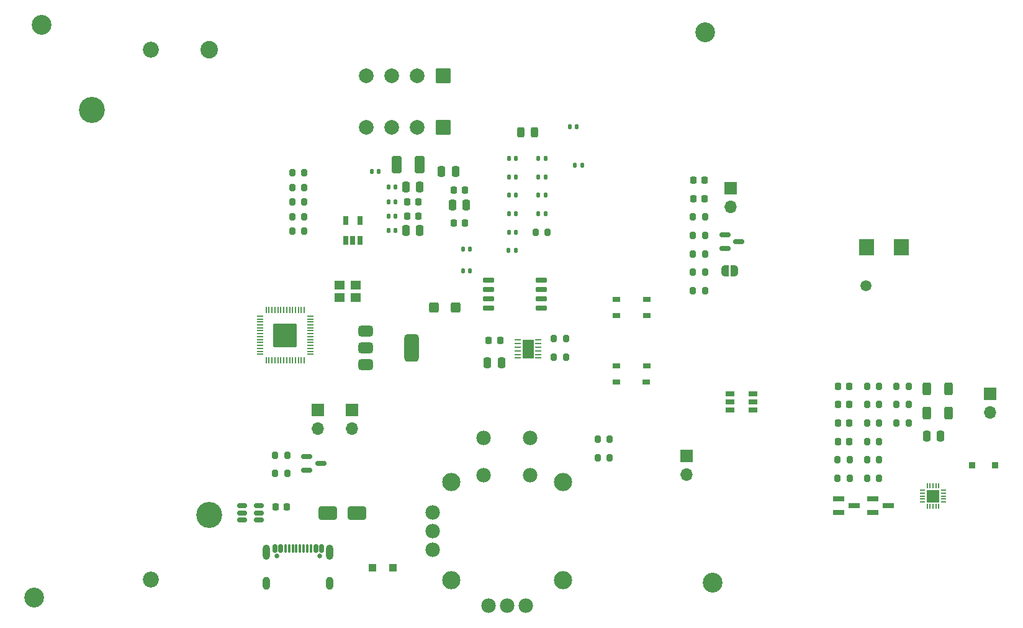
<source format=gbr>
%TF.GenerationSoftware,KiCad,Pcbnew,8.0.0*%
%TF.CreationDate,2024-04-27T18:31:45+01:00*%
%TF.ProjectId,StepUp,53746570-5570-42e6-9b69-6361645f7063,rev?*%
%TF.SameCoordinates,Original*%
%TF.FileFunction,Soldermask,Top*%
%TF.FilePolarity,Negative*%
%FSLAX46Y46*%
G04 Gerber Fmt 4.6, Leading zero omitted, Abs format (unit mm)*
G04 Created by KiCad (PCBNEW 8.0.0) date 2024-04-27 18:31:45*
%MOMM*%
%LPD*%
G01*
G04 APERTURE LIST*
G04 Aperture macros list*
%AMRoundRect*
0 Rectangle with rounded corners*
0 $1 Rounding radius*
0 $2 $3 $4 $5 $6 $7 $8 $9 X,Y pos of 4 corners*
0 Add a 4 corners polygon primitive as box body*
4,1,4,$2,$3,$4,$5,$6,$7,$8,$9,$2,$3,0*
0 Add four circle primitives for the rounded corners*
1,1,$1+$1,$2,$3*
1,1,$1+$1,$4,$5*
1,1,$1+$1,$6,$7*
1,1,$1+$1,$8,$9*
0 Add four rect primitives between the rounded corners*
20,1,$1+$1,$2,$3,$4,$5,0*
20,1,$1+$1,$4,$5,$6,$7,0*
20,1,$1+$1,$6,$7,$8,$9,0*
20,1,$1+$1,$8,$9,$2,$3,0*%
%AMFreePoly0*
4,1,19,0.500000,-0.750000,0.000000,-0.750000,0.000000,-0.744911,-0.071157,-0.744911,-0.207708,-0.704816,-0.327430,-0.627875,-0.420627,-0.520320,-0.479746,-0.390866,-0.500000,-0.250000,-0.500000,0.250000,-0.479746,0.390866,-0.420627,0.520320,-0.327430,0.627875,-0.207708,0.704816,-0.071157,0.744911,0.000000,0.744911,0.000000,0.750000,0.500000,0.750000,0.500000,-0.750000,0.500000,-0.750000,
$1*%
%AMFreePoly1*
4,1,19,0.000000,0.744911,0.071157,0.744911,0.207708,0.704816,0.327430,0.627875,0.420627,0.520320,0.479746,0.390866,0.500000,0.250000,0.500000,-0.250000,0.479746,-0.390866,0.420627,-0.520320,0.327430,-0.627875,0.207708,-0.704816,0.071157,-0.744911,0.000000,-0.744911,0.000000,-0.750000,-0.500000,-0.750000,-0.500000,0.750000,0.000000,0.750000,0.000000,0.744911,0.000000,0.744911,
$1*%
G04 Aperture macros list end*
%ADD10R,0.762000X0.254000*%
%ADD11R,0.254000X0.762000*%
%ADD12R,1.701800X1.701800*%
%ADD13C,1.500000*%
%ADD14R,2.150000X2.200000*%
%ADD15RoundRect,0.250000X-0.400000X-0.450000X0.400000X-0.450000X0.400000X0.450000X-0.400000X0.450000X0*%
%ADD16RoundRect,0.102000X0.900000X0.900000X-0.900000X0.900000X-0.900000X-0.900000X0.900000X-0.900000X0*%
%ADD17C,2.004000*%
%ADD18RoundRect,0.200000X-0.200000X-0.275000X0.200000X-0.275000X0.200000X0.275000X-0.200000X0.275000X0*%
%ADD19C,3.550000*%
%ADD20C,2.390000*%
%ADD21C,2.184000*%
%ADD22RoundRect,0.070000X-0.650000X-0.300000X0.650000X-0.300000X0.650000X0.300000X-0.650000X0.300000X0*%
%ADD23RoundRect,0.140000X-0.140000X-0.170000X0.140000X-0.170000X0.140000X0.170000X-0.140000X0.170000X0*%
%ADD24R,1.700000X1.700000*%
%ADD25O,1.700000X1.700000*%
%ADD26RoundRect,0.250000X-0.250000X-0.475000X0.250000X-0.475000X0.250000X0.475000X-0.250000X0.475000X0*%
%ADD27RoundRect,0.225000X-0.225000X-0.250000X0.225000X-0.250000X0.225000X0.250000X-0.225000X0.250000X0*%
%ADD28RoundRect,0.135000X-0.135000X-0.185000X0.135000X-0.185000X0.135000X0.185000X-0.135000X0.185000X0*%
%ADD29RoundRect,0.250000X-0.312500X-0.625000X0.312500X-0.625000X0.312500X0.625000X-0.312500X0.625000X0*%
%ADD30RoundRect,0.250000X-0.412500X-0.925000X0.412500X-0.925000X0.412500X0.925000X-0.412500X0.925000X0*%
%ADD31R,1.300000X0.700000*%
%ADD32C,2.700000*%
%ADD33RoundRect,0.062500X-0.362500X-0.062500X0.362500X-0.062500X0.362500X0.062500X-0.362500X0.062500X0*%
%ADD34R,1.600000X2.500000*%
%ADD35RoundRect,0.243750X-0.243750X-0.456250X0.243750X-0.456250X0.243750X0.456250X-0.243750X0.456250X0*%
%ADD36R,1.050000X0.650000*%
%ADD37RoundRect,0.050000X-0.387500X-0.050000X0.387500X-0.050000X0.387500X0.050000X-0.387500X0.050000X0*%
%ADD38RoundRect,0.050000X-0.050000X-0.387500X0.050000X-0.387500X0.050000X0.387500X-0.050000X0.387500X0*%
%ADD39RoundRect,0.144000X-1.456000X-1.456000X1.456000X-1.456000X1.456000X1.456000X-1.456000X1.456000X0*%
%ADD40C,1.982000*%
%ADD41C,2.490000*%
%ADD42C,0.650000*%
%ADD43RoundRect,0.150000X-0.150000X-0.425000X0.150000X-0.425000X0.150000X0.425000X-0.150000X0.425000X0*%
%ADD44RoundRect,0.075000X-0.075000X-0.500000X0.075000X-0.500000X0.075000X0.500000X-0.075000X0.500000X0*%
%ADD45O,1.000000X2.100000*%
%ADD46O,1.000000X1.800000*%
%ADD47RoundRect,0.250000X-1.000000X-0.650000X1.000000X-0.650000X1.000000X0.650000X-1.000000X0.650000X0*%
%ADD48FreePoly0,0.000000*%
%ADD49FreePoly1,0.000000*%
%ADD50RoundRect,0.150000X-0.512500X-0.150000X0.512500X-0.150000X0.512500X0.150000X-0.512500X0.150000X0*%
%ADD51R,1.400000X1.200000*%
%ADD52RoundRect,0.070000X-0.300000X-0.525000X0.300000X-0.525000X0.300000X0.525000X-0.300000X0.525000X0*%
%ADD53RoundRect,0.150000X-0.587500X-0.150000X0.587500X-0.150000X0.587500X0.150000X-0.587500X0.150000X0*%
%ADD54RoundRect,0.375000X-0.625000X-0.375000X0.625000X-0.375000X0.625000X0.375000X-0.625000X0.375000X0*%
%ADD55RoundRect,0.500000X-0.500000X-1.400000X0.500000X-1.400000X0.500000X1.400000X-0.500000X1.400000X0*%
%ADD56R,0.900000X0.950000*%
%ADD57RoundRect,0.250000X-0.300000X-0.300000X0.300000X-0.300000X0.300000X0.300000X-0.300000X0.300000X0*%
%ADD58RoundRect,0.150000X-0.650000X-0.150000X0.650000X-0.150000X0.650000X0.150000X-0.650000X0.150000X0*%
G04 APERTURE END LIST*
D10*
%TO.C,U3*%
X209655200Y-128899998D03*
X209655200Y-129300000D03*
X209655200Y-129699999D03*
X209655200Y-130099998D03*
X209655200Y-130500000D03*
D11*
X210277599Y-131122399D03*
X210677601Y-131122399D03*
X211077600Y-131122399D03*
X211477599Y-131122399D03*
X211877601Y-131122399D03*
D10*
X212500000Y-130500000D03*
X212500000Y-130099998D03*
X212500000Y-129699999D03*
X212500000Y-129300000D03*
X212500000Y-128899998D03*
D11*
X211877601Y-128277599D03*
X211477599Y-128277599D03*
X211077600Y-128277599D03*
X210677601Y-128277599D03*
X210277599Y-128277599D03*
D12*
X211077600Y-129699999D03*
%TD*%
D13*
%TO.C,TP1*%
X201905000Y-101050000D03*
%TD*%
D14*
%TO.C,L2*%
X201980000Y-95800000D03*
X206780000Y-95800000D03*
%TD*%
D15*
%TO.C,D6*%
X143050000Y-104000000D03*
X145950000Y-104000000D03*
%TD*%
D16*
%TO.C,J3*%
X144250000Y-79437500D03*
D17*
X140750000Y-79437500D03*
X137250000Y-79437500D03*
X133750000Y-79437500D03*
D16*
X144250000Y-72437500D03*
D17*
X140750000Y-72437500D03*
X137250000Y-72437500D03*
X133750000Y-72437500D03*
%TD*%
D18*
%TO.C,R20*%
X178345000Y-96700000D03*
X179995000Y-96700000D03*
%TD*%
D19*
%TO.C,BT1*%
X112390000Y-132290000D03*
X96390000Y-77090000D03*
D20*
X112390000Y-68890000D03*
D21*
X104390000Y-141110000D03*
X104390000Y-68890000D03*
%TD*%
D22*
%TO.C,Q4*%
X202900000Y-130050000D03*
X202900000Y-131950000D03*
X205000000Y-131000000D03*
%TD*%
D23*
%TO.C,C10*%
X146997500Y-96017500D03*
X147957500Y-96017500D03*
%TD*%
%TO.C,C5*%
X162262500Y-84617500D03*
X163222500Y-84617500D03*
%TD*%
D18*
%TO.C,R6*%
X156892500Y-93737500D03*
X158542500Y-93737500D03*
%TD*%
D23*
%TO.C,C8*%
X134520000Y-85500000D03*
X135480000Y-85500000D03*
%TD*%
D24*
%TO.C,J1*%
X183500000Y-87730000D03*
D25*
X183500000Y-90270000D03*
%TD*%
D26*
%TO.C,C19*%
X139187500Y-93527500D03*
X141087500Y-93527500D03*
%TD*%
D18*
%TO.C,R34*%
X206100000Y-117230000D03*
X207750000Y-117230000D03*
%TD*%
D27*
%TO.C,C18*%
X139362500Y-91557500D03*
X140912500Y-91557500D03*
%TD*%
D18*
%TO.C,R10*%
X123702500Y-91627500D03*
X125352500Y-91627500D03*
%TD*%
D28*
%TO.C,R2*%
X157207500Y-83697500D03*
X158227500Y-83697500D03*
%TD*%
D29*
%TO.C,R29*%
X210272500Y-115110000D03*
X213197500Y-115110000D03*
%TD*%
D28*
%TO.C,R5*%
X157207500Y-91227500D03*
X158227500Y-91227500D03*
%TD*%
D18*
%TO.C,R7*%
X123702500Y-85657500D03*
X125352500Y-85657500D03*
%TD*%
D30*
%TO.C,C15*%
X137962500Y-84500000D03*
X141037500Y-84500000D03*
%TD*%
D18*
%TO.C,R8*%
X123702500Y-87647500D03*
X125352500Y-87647500D03*
%TD*%
%TO.C,R32*%
X202090000Y-127270000D03*
X203740000Y-127270000D03*
%TD*%
D28*
%TO.C,R4*%
X157207500Y-88717500D03*
X158227500Y-88717500D03*
%TD*%
D26*
%TO.C,C28*%
X210205000Y-121550000D03*
X212105000Y-121550000D03*
%TD*%
D22*
%TO.C,Q3*%
X198200000Y-130050000D03*
X198200000Y-131950000D03*
X200300000Y-131000000D03*
%TD*%
D28*
%TO.C,R3*%
X157207500Y-86207500D03*
X158227500Y-86207500D03*
%TD*%
D23*
%TO.C,C7*%
X161537500Y-79397500D03*
X162497500Y-79397500D03*
%TD*%
D18*
%TO.C,R23*%
X198080000Y-124760000D03*
X199730000Y-124760000D03*
%TD*%
D23*
%TO.C,C6*%
X153227500Y-93737500D03*
X154187500Y-93737500D03*
%TD*%
D31*
%TO.C,D4*%
X183400000Y-115800000D03*
X183400000Y-116900000D03*
X183400000Y-118000000D03*
X186500000Y-118000000D03*
X186500000Y-116900000D03*
X186500000Y-115800000D03*
%TD*%
D29*
%TO.C,R31*%
X210272500Y-118400000D03*
X213197500Y-118400000D03*
%TD*%
D32*
%TO.C,H1*%
X89500000Y-65500000D03*
%TD*%
D18*
%TO.C,R27*%
X202090000Y-119740000D03*
X203740000Y-119740000D03*
%TD*%
D23*
%TO.C,C13*%
X136787500Y-91557500D03*
X137747500Y-91557500D03*
%TD*%
D33*
%TO.C,U7*%
X154425000Y-108395000D03*
X154425000Y-108895000D03*
X154425000Y-109395000D03*
X154425000Y-109895000D03*
X154425000Y-110395000D03*
X154425000Y-110895000D03*
X157275000Y-110895000D03*
X157275000Y-110395000D03*
X157275000Y-109895000D03*
X157275000Y-109395000D03*
X157275000Y-108895000D03*
X157275000Y-108395000D03*
D34*
X155850000Y-109645000D03*
%TD*%
D23*
%TO.C,C3*%
X153227500Y-88717500D03*
X154187500Y-88717500D03*
%TD*%
D18*
%TO.C,R28*%
X202090000Y-122250000D03*
X203740000Y-122250000D03*
%TD*%
D35*
%TO.C,D1*%
X154835000Y-80167500D03*
X156710000Y-80167500D03*
%TD*%
D23*
%TO.C,C14*%
X136787500Y-93527500D03*
X137747500Y-93527500D03*
%TD*%
D36*
%TO.C,SW1*%
X167925000Y-102925000D03*
X172075000Y-102925000D03*
X167925000Y-105075000D03*
X172050000Y-105075000D03*
%TD*%
D18*
%TO.C,R14*%
X121355000Y-124130000D03*
X123005000Y-124130000D03*
%TD*%
D37*
%TO.C,U2*%
X119287500Y-105175000D03*
X119287500Y-105575000D03*
X119287500Y-105975000D03*
X119287500Y-106375000D03*
X119287500Y-106775000D03*
X119287500Y-107175000D03*
X119287500Y-107575000D03*
X119287500Y-107975000D03*
X119287500Y-108375000D03*
X119287500Y-108775000D03*
X119287500Y-109175000D03*
X119287500Y-109575000D03*
X119287500Y-109975000D03*
X119287500Y-110375000D03*
D38*
X120125000Y-111212500D03*
X120525000Y-111212500D03*
X120925000Y-111212500D03*
X121325000Y-111212500D03*
X121725000Y-111212500D03*
X122125000Y-111212500D03*
X122525000Y-111212500D03*
X122925000Y-111212500D03*
X123325000Y-111212500D03*
X123725000Y-111212500D03*
X124125000Y-111212500D03*
X124525000Y-111212500D03*
X124925000Y-111212500D03*
X125325000Y-111212500D03*
D37*
X126162500Y-110375000D03*
X126162500Y-109975000D03*
X126162500Y-109575000D03*
X126162500Y-109175000D03*
X126162500Y-108775000D03*
X126162500Y-108375000D03*
X126162500Y-107975000D03*
X126162500Y-107575000D03*
X126162500Y-107175000D03*
X126162500Y-106775000D03*
X126162500Y-106375000D03*
X126162500Y-105975000D03*
X126162500Y-105575000D03*
X126162500Y-105175000D03*
D38*
X125325000Y-104337500D03*
X124925000Y-104337500D03*
X124525000Y-104337500D03*
X124125000Y-104337500D03*
X123725000Y-104337500D03*
X123325000Y-104337500D03*
X122925000Y-104337500D03*
X122525000Y-104337500D03*
X122125000Y-104337500D03*
X121725000Y-104337500D03*
X121325000Y-104337500D03*
X120925000Y-104337500D03*
X120525000Y-104337500D03*
X120125000Y-104337500D03*
D39*
X122725000Y-107775000D03*
%TD*%
D27*
%TO.C,C32*%
X198130000Y-119740000D03*
X199680000Y-119740000D03*
%TD*%
D18*
%TO.C,R13*%
X159380000Y-110760000D03*
X161030000Y-110760000D03*
%TD*%
D26*
%TO.C,C20*%
X144050000Y-85500000D03*
X145950000Y-85500000D03*
%TD*%
D23*
%TO.C,C4*%
X153227500Y-91227500D03*
X154187500Y-91227500D03*
%TD*%
D40*
%TO.C,U8*%
X149825000Y-121800000D03*
X156175000Y-121800000D03*
X149825000Y-126880000D03*
X156175000Y-126880000D03*
X150460000Y-144660000D03*
X153000000Y-144660000D03*
X155540000Y-144660000D03*
D41*
X145380000Y-127832500D03*
X145380000Y-141167500D03*
X160620000Y-141167500D03*
X160620000Y-127832500D03*
D40*
X142840000Y-131960000D03*
X142840000Y-134500000D03*
X142840000Y-137040000D03*
%TD*%
D24*
%TO.C,J4*%
X127150000Y-118000000D03*
D25*
X127150000Y-120540000D03*
%TD*%
D42*
%TO.C,J8*%
X121610000Y-137895000D03*
X127390000Y-137895000D03*
D43*
X121300000Y-136820000D03*
X122100000Y-136820000D03*
D44*
X123250000Y-136820000D03*
X124250000Y-136820000D03*
X124750000Y-136820000D03*
X125750000Y-136820000D03*
D43*
X126900000Y-136820000D03*
X127700000Y-136820000D03*
X127700000Y-136820000D03*
X126900000Y-136820000D03*
D44*
X126250000Y-136820000D03*
X125250000Y-136820000D03*
X123750000Y-136820000D03*
X122750000Y-136820000D03*
D43*
X122100000Y-136820000D03*
X121300000Y-136820000D03*
D45*
X120180000Y-137395000D03*
D46*
X120180000Y-141575000D03*
D45*
X128820000Y-137395000D03*
D46*
X128820000Y-141575000D03*
%TD*%
D18*
%TO.C,R26*%
X202090000Y-117230000D03*
X203740000Y-117230000D03*
%TD*%
D47*
%TO.C,D2*%
X128500000Y-132000000D03*
X132500000Y-132000000D03*
%TD*%
D23*
%TO.C,C2*%
X153227500Y-86207500D03*
X154187500Y-86207500D03*
%TD*%
D36*
%TO.C,SW2*%
X167875000Y-112000000D03*
X172025000Y-112000000D03*
X167875000Y-114150000D03*
X172000000Y-114150000D03*
%TD*%
D27*
%TO.C,C24*%
X150500000Y-108500000D03*
X152050000Y-108500000D03*
%TD*%
D32*
%TO.C,H2*%
X88500000Y-143500000D03*
%TD*%
D48*
%TO.C,JP1*%
X182700000Y-99000000D03*
D49*
X184000000Y-99000000D03*
%TD*%
D27*
%TO.C,C31*%
X198130000Y-117230000D03*
X199680000Y-117230000D03*
%TD*%
D23*
%TO.C,C1*%
X153227500Y-83697500D03*
X154187500Y-83697500D03*
%TD*%
D18*
%TO.C,R16*%
X165350000Y-121990000D03*
X167000000Y-121990000D03*
%TD*%
D50*
%TO.C,U4*%
X116862500Y-131050000D03*
X116862500Y-132000000D03*
X116862500Y-132950000D03*
X119137500Y-132950000D03*
X119137500Y-132000000D03*
X119137500Y-131050000D03*
%TD*%
D18*
%TO.C,R12*%
X159380000Y-108250000D03*
X161030000Y-108250000D03*
%TD*%
D23*
%TO.C,C9*%
X136787500Y-87617500D03*
X137747500Y-87617500D03*
%TD*%
D24*
%TO.C,J7*%
X177500000Y-124225000D03*
D25*
X177500000Y-126765000D03*
%TD*%
D27*
%TO.C,C23*%
X145725000Y-92500000D03*
X147275000Y-92500000D03*
%TD*%
D51*
%TO.C,Y1*%
X130125000Y-102625000D03*
X132325000Y-102625000D03*
X132325000Y-100925000D03*
X130125000Y-100925000D03*
%TD*%
D18*
%TO.C,R17*%
X165350000Y-124500000D03*
X167000000Y-124500000D03*
%TD*%
%TO.C,R19*%
X178345000Y-94190000D03*
X179995000Y-94190000D03*
%TD*%
D27*
%TO.C,C21*%
X145725000Y-88000000D03*
X147275000Y-88000000D03*
%TD*%
D24*
%TO.C,J5*%
X131800000Y-118000000D03*
D25*
X131800000Y-120540000D03*
%TD*%
D52*
%TO.C,U5*%
X131000000Y-94850000D03*
X131950000Y-94850000D03*
X132900000Y-94850000D03*
X132900000Y-92150000D03*
X131000000Y-92150000D03*
%TD*%
D28*
%TO.C,R1*%
X153197500Y-96247500D03*
X154217500Y-96247500D03*
%TD*%
D23*
%TO.C,C12*%
X136787500Y-89587500D03*
X137747500Y-89587500D03*
%TD*%
D18*
%TO.C,R11*%
X123702500Y-93617500D03*
X125352500Y-93617500D03*
%TD*%
%TO.C,R25*%
X202090000Y-114720000D03*
X203740000Y-114720000D03*
%TD*%
%TO.C,R35*%
X206100000Y-119740000D03*
X207750000Y-119740000D03*
%TD*%
D27*
%TO.C,C30*%
X178395000Y-89170000D03*
X179945000Y-89170000D03*
%TD*%
D26*
%TO.C,C25*%
X150325000Y-111510000D03*
X152225000Y-111510000D03*
%TD*%
D18*
%TO.C,R15*%
X121355000Y-126640000D03*
X123005000Y-126640000D03*
%TD*%
D27*
%TO.C,C29*%
X198130000Y-114720000D03*
X199680000Y-114720000D03*
%TD*%
%TO.C,C17*%
X139362500Y-89587500D03*
X140912500Y-89587500D03*
%TD*%
D53*
%TO.C,Q1*%
X125692500Y-124325000D03*
X125692500Y-126225000D03*
X127567500Y-125275000D03*
%TD*%
D32*
%TO.C,H4*%
X181000000Y-141500000D03*
%TD*%
D27*
%TO.C,C33*%
X198130000Y-122250000D03*
X199680000Y-122250000D03*
%TD*%
D18*
%TO.C,R21*%
X178345000Y-99210000D03*
X179995000Y-99210000D03*
%TD*%
D23*
%TO.C,C11*%
X146997500Y-99027500D03*
X147957500Y-99027500D03*
%TD*%
D18*
%TO.C,R9*%
X123702500Y-89637500D03*
X125352500Y-89637500D03*
%TD*%
%TO.C,R33*%
X206100000Y-114720000D03*
X207750000Y-114720000D03*
%TD*%
D27*
%TO.C,C27*%
X178395000Y-86660000D03*
X179945000Y-86660000D03*
%TD*%
D54*
%TO.C,U6*%
X133700000Y-107200000D03*
X133700000Y-109500000D03*
D55*
X140000000Y-109500000D03*
D54*
X133700000Y-111800000D03*
%TD*%
D56*
%TO.C,D5*%
X219575000Y-125500000D03*
X216425000Y-125500000D03*
%TD*%
D18*
%TO.C,R30*%
X202090000Y-124760000D03*
X203740000Y-124760000D03*
%TD*%
D53*
%TO.C,Q2*%
X182682500Y-94055000D03*
X182682500Y-95955000D03*
X184557500Y-95005000D03*
%TD*%
D27*
%TO.C,C26*%
X121405000Y-131150000D03*
X122955000Y-131150000D03*
%TD*%
D18*
%TO.C,R18*%
X178345000Y-91680000D03*
X179995000Y-91680000D03*
%TD*%
D26*
%TO.C,C22*%
X145550000Y-90000000D03*
X147450000Y-90000000D03*
%TD*%
D24*
%TO.C,J2*%
X218865000Y-115790000D03*
D25*
X218865000Y-118330000D03*
%TD*%
D57*
%TO.C,D3*%
X134662500Y-139460000D03*
X137462500Y-139460000D03*
%TD*%
D32*
%TO.C,H3*%
X180000000Y-66500000D03*
%TD*%
D18*
%TO.C,R24*%
X198080000Y-127270000D03*
X199730000Y-127270000D03*
%TD*%
D58*
%TO.C,U1*%
X150478900Y-100304100D03*
X150478900Y-101574100D03*
X150478900Y-102844100D03*
X150478900Y-104114100D03*
X157678900Y-104114100D03*
X157678900Y-102844100D03*
X157678900Y-101574100D03*
X157678900Y-100304100D03*
%TD*%
D26*
%TO.C,C16*%
X139187500Y-87617500D03*
X141087500Y-87617500D03*
%TD*%
D18*
%TO.C,R22*%
X178345000Y-101720000D03*
X179995000Y-101720000D03*
%TD*%
M02*

</source>
